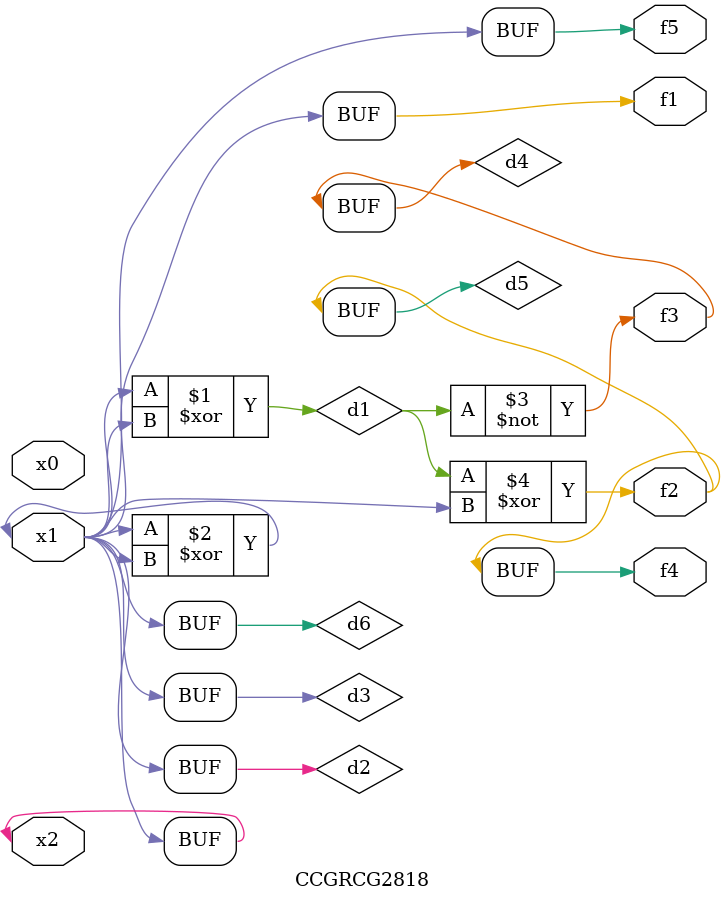
<source format=v>
module CCGRCG2818(
	input x0, x1, x2,
	output f1, f2, f3, f4, f5
);

	wire d1, d2, d3, d4, d5, d6;

	xor (d1, x1, x2);
	buf (d2, x1, x2);
	xor (d3, x1, x2);
	nor (d4, d1);
	xor (d5, d1, d2);
	buf (d6, d2, d3);
	assign f1 = d6;
	assign f2 = d5;
	assign f3 = d4;
	assign f4 = d5;
	assign f5 = d6;
endmodule

</source>
